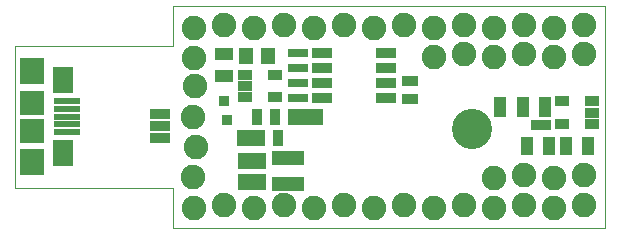
<source format=gbs>
G04 (created by PCBNEW (2013-07-14 BZR 4242)-stable) date Sun 28 Jul 2013 01:39:24 PM CEST*
%MOIN*%
G04 Gerber Fmt 3.4, Leading zero omitted, Abs format*
%FSLAX34Y34*%
G01*
G70*
G90*
G04 APERTURE LIST*
%ADD10C,0.005906*%
%ADD11C,0.003900*%
%ADD12R,0.047200X0.052800*%
%ADD13R,0.042800X0.070800*%
%ADD14C,0.081800*%
%ADD15R,0.047200X0.033400*%
%ADD16R,0.037800X0.037800*%
%ADD17R,0.106200X0.047100*%
%ADD18C,0.134200*%
%ADD19R,0.086500X0.023500*%
%ADD20R,0.082600X0.090500*%
%ADD21R,0.070800X0.090500*%
%ADD22R,0.082600X0.082600*%
%ADD23R,0.032800X0.032800*%
%ADD24R,0.023500X0.032800*%
%ADD25R,0.070800X0.031800*%
%ADD26R,0.066100X0.030800*%
%ADD27R,0.032800X0.052800*%
%ADD28R,0.062800X0.042800*%
%ADD29R,0.052800X0.032800*%
%ADD30R,0.042800X0.062800*%
%ADD31R,0.043200X0.052800*%
G04 APERTURE END LIST*
G54D10*
G54D11*
X29700Y-16300D02*
X29700Y-23700D01*
X29700Y-23700D02*
X15300Y-23700D01*
X15300Y-17630D02*
X15300Y-16300D01*
X15300Y-22374D02*
X15300Y-23700D01*
X29700Y-23700D02*
X15300Y-23700D01*
X29700Y-16300D02*
X29700Y-23700D01*
X15300Y-16300D02*
X29700Y-16300D01*
X10039Y-17630D02*
X15300Y-17630D01*
X10039Y-22374D02*
X15300Y-22374D01*
X10039Y-17630D02*
X10039Y-22374D01*
G54D12*
X18449Y-17965D03*
X17741Y-17965D03*
G54D13*
X27707Y-19657D03*
X26957Y-19657D03*
X26207Y-19657D03*
G54D14*
X26000Y-22050D03*
X27000Y-21950D03*
X28000Y-22050D03*
X29000Y-21950D03*
X24000Y-18000D03*
X25000Y-17900D03*
X26000Y-18000D03*
X27000Y-17900D03*
X28000Y-18000D03*
X29000Y-17900D03*
G54D15*
X17695Y-19340D03*
X17695Y-18590D03*
X18695Y-19340D03*
X17695Y-18965D03*
X18695Y-18590D03*
G54D16*
X16995Y-19465D03*
G54D17*
X19143Y-22244D03*
X19143Y-21378D03*
G54D18*
X25255Y-20413D03*
G54D19*
X11771Y-20000D03*
X11771Y-20255D03*
X11771Y-19489D03*
G54D20*
X10610Y-21516D03*
X10610Y-18484D03*
G54D19*
X11771Y-19745D03*
X11771Y-20511D03*
G54D21*
X11614Y-21220D03*
X11614Y-18780D03*
G54D22*
X10610Y-20472D03*
X10610Y-19528D03*
G54D14*
X16000Y-17050D03*
X17000Y-16950D03*
X18000Y-17050D03*
X19000Y-16950D03*
X20000Y-17050D03*
X21000Y-16950D03*
X22000Y-17050D03*
X23000Y-16950D03*
X24000Y-17050D03*
X25000Y-16950D03*
X26000Y-17050D03*
X27000Y-16950D03*
X28000Y-17050D03*
X29000Y-16950D03*
X16000Y-23050D03*
X17000Y-22950D03*
X18000Y-23050D03*
X19000Y-22950D03*
X20000Y-23050D03*
X21000Y-22950D03*
X22000Y-23050D03*
X23000Y-22950D03*
X24000Y-23050D03*
X25000Y-22950D03*
X26000Y-23050D03*
X27000Y-22950D03*
X28000Y-23050D03*
X29000Y-22950D03*
G54D23*
X14683Y-19890D03*
X15037Y-19890D03*
G54D24*
X14860Y-19890D03*
G54D23*
X14683Y-20690D03*
X15037Y-20690D03*
G54D24*
X14860Y-20690D03*
G54D25*
X20275Y-19372D03*
X20275Y-18872D03*
X20275Y-18372D03*
X20275Y-17872D03*
X22401Y-17872D03*
X22401Y-18372D03*
X22401Y-18872D03*
X22401Y-19372D03*
G54D26*
X19464Y-19372D03*
X19464Y-18872D03*
X19464Y-18372D03*
X19464Y-17872D03*
G54D27*
X18700Y-20000D03*
X18100Y-20000D03*
G54D28*
X16995Y-17890D03*
X16995Y-18640D03*
G54D29*
X23188Y-19394D03*
X23188Y-18794D03*
G54D12*
X20054Y-20000D03*
X19346Y-20000D03*
X19700Y-20000D03*
G54D23*
X14683Y-20290D03*
X15037Y-20290D03*
G54D24*
X14860Y-20290D03*
G54D14*
X15950Y-22000D03*
X16050Y-21000D03*
X15950Y-20000D03*
X16015Y-18960D03*
X15985Y-18040D03*
G54D30*
X29132Y-20957D03*
X28382Y-20957D03*
X27082Y-20957D03*
X27832Y-20957D03*
G54D23*
X27734Y-20257D03*
X27380Y-20257D03*
G54D24*
X27557Y-20257D03*
G54D27*
X17613Y-22165D03*
X18213Y-22165D03*
G54D31*
X17913Y-22165D03*
G54D27*
X17613Y-21456D03*
X18213Y-21456D03*
G54D31*
X17913Y-21456D03*
G54D27*
X17600Y-20700D03*
X18200Y-20700D03*
G54D31*
X17900Y-20700D03*
G54D27*
X18200Y-20700D03*
X18800Y-20700D03*
G54D15*
X29257Y-19482D03*
X29257Y-20232D03*
X28257Y-19482D03*
X29257Y-19857D03*
X28257Y-20232D03*
G54D16*
X17100Y-20100D03*
M02*

</source>
